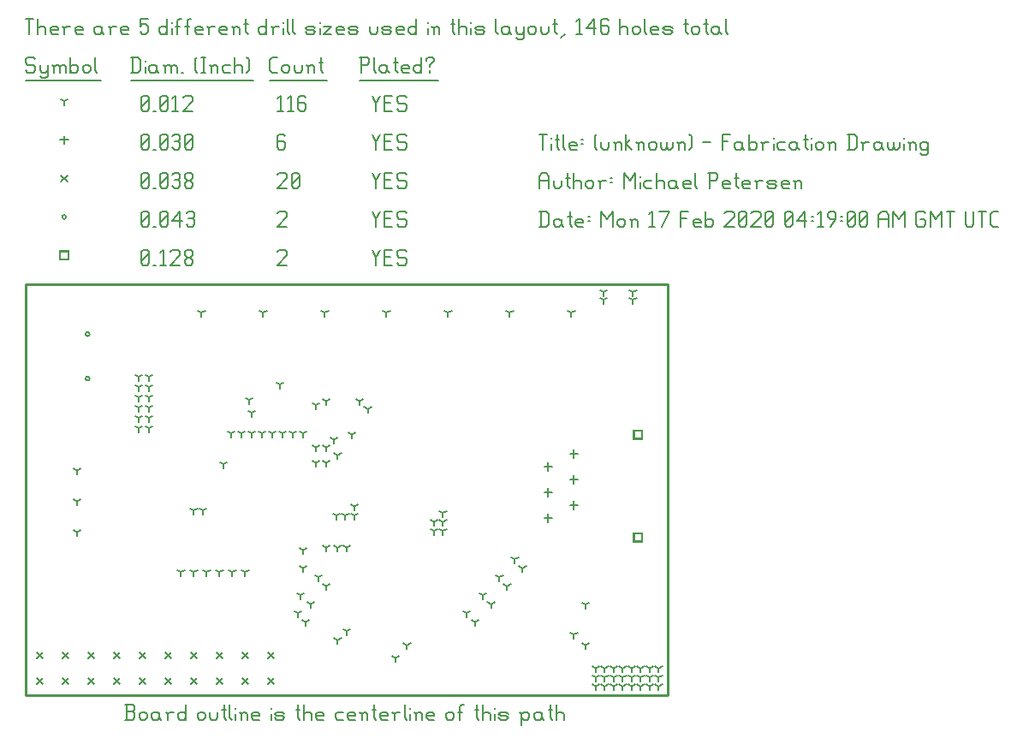
<source format=gbr>
G04 start of page 12 for group -3984 idx -3984 *
G04 Title: (unknown), fab *
G04 Creator: pcb 20140316 *
G04 CreationDate: Mon 17 Feb 2020 04:19:00 AM GMT UTC *
G04 For: railfan *
G04 Format: Gerber/RS-274X *
G04 PCB-Dimensions (mil): 2500.00 1600.00 *
G04 PCB-Coordinate-Origin: lower left *
%MOIN*%
%FSLAX25Y25*%
%LNFAB*%
%ADD89C,0.0100*%
%ADD88C,0.0075*%
%ADD87C,0.0060*%
%ADD86R,0.0080X0.0080*%
G54D86*X236900Y63100D02*X240100D01*
X236900D02*Y59900D01*
X240100D01*
Y63100D02*Y59900D01*
X236900Y103100D02*X240100D01*
X236900D02*Y99900D01*
X240100D01*
Y103100D02*Y99900D01*
X13400Y172850D02*X16600D01*
X13400D02*Y169650D01*
X16600D01*
Y172850D02*Y169650D01*
G54D87*X135000Y173500D02*X136500Y170500D01*
X138000Y173500D01*
X136500Y170500D02*Y167500D01*
X139800Y170800D02*X142050D01*
X139800Y167500D02*X142800D01*
X139800Y173500D02*Y167500D01*
Y173500D02*X142800D01*
X147600D02*X148350Y172750D01*
X145350Y173500D02*X147600D01*
X144600Y172750D02*X145350Y173500D01*
X144600Y172750D02*Y171250D01*
X145350Y170500D01*
X147600D01*
X148350Y169750D01*
Y168250D01*
X147600Y167500D02*X148350Y168250D01*
X145350Y167500D02*X147600D01*
X144600Y168250D02*X145350Y167500D01*
X98000Y172750D02*X98750Y173500D01*
X101000D01*
X101750Y172750D01*
Y171250D01*
X98000Y167500D02*X101750Y171250D01*
X98000Y167500D02*X101750D01*
X45000Y168250D02*X45750Y167500D01*
X45000Y172750D02*Y168250D01*
Y172750D02*X45750Y173500D01*
X47250D01*
X48000Y172750D01*
Y168250D01*
X47250Y167500D02*X48000Y168250D01*
X45750Y167500D02*X47250D01*
X45000Y169000D02*X48000Y172000D01*
X49800Y167500D02*X50550D01*
X52350Y172300D02*X53550Y173500D01*
Y167500D01*
X52350D02*X54600D01*
X56400Y172750D02*X57150Y173500D01*
X59400D01*
X60150Y172750D01*
Y171250D01*
X56400Y167500D02*X60150Y171250D01*
X56400Y167500D02*X60150D01*
X61950Y168250D02*X62700Y167500D01*
X61950Y169450D02*Y168250D01*
Y169450D02*X63000Y170500D01*
X63900D01*
X64950Y169450D01*
Y168250D01*
X64200Y167500D02*X64950Y168250D01*
X62700Y167500D02*X64200D01*
X61950Y171550D02*X63000Y170500D01*
X61950Y172750D02*Y171550D01*
Y172750D02*X62700Y173500D01*
X64200D01*
X64950Y172750D01*
Y171550D01*
X63900Y170500D02*X64950Y171550D01*
X23322Y140661D02*G75*G03X24922Y140661I800J0D01*G01*
G75*G03X23322Y140661I-800J0D01*G01*
Y123339D02*G75*G03X24922Y123339I800J0D01*G01*
G75*G03X23322Y123339I-800J0D01*G01*
X14200Y186250D02*G75*G03X15800Y186250I800J0D01*G01*
G75*G03X14200Y186250I-800J0D01*G01*
X135000Y188500D02*X136500Y185500D01*
X138000Y188500D01*
X136500Y185500D02*Y182500D01*
X139800Y185800D02*X142050D01*
X139800Y182500D02*X142800D01*
X139800Y188500D02*Y182500D01*
Y188500D02*X142800D01*
X147600D02*X148350Y187750D01*
X145350Y188500D02*X147600D01*
X144600Y187750D02*X145350Y188500D01*
X144600Y187750D02*Y186250D01*
X145350Y185500D01*
X147600D01*
X148350Y184750D01*
Y183250D01*
X147600Y182500D02*X148350Y183250D01*
X145350Y182500D02*X147600D01*
X144600Y183250D02*X145350Y182500D01*
X98000Y187750D02*X98750Y188500D01*
X101000D01*
X101750Y187750D01*
Y186250D01*
X98000Y182500D02*X101750Y186250D01*
X98000Y182500D02*X101750D01*
X45000Y183250D02*X45750Y182500D01*
X45000Y187750D02*Y183250D01*
Y187750D02*X45750Y188500D01*
X47250D01*
X48000Y187750D01*
Y183250D01*
X47250Y182500D02*X48000Y183250D01*
X45750Y182500D02*X47250D01*
X45000Y184000D02*X48000Y187000D01*
X49800Y182500D02*X50550D01*
X52350Y183250D02*X53100Y182500D01*
X52350Y187750D02*Y183250D01*
Y187750D02*X53100Y188500D01*
X54600D01*
X55350Y187750D01*
Y183250D01*
X54600Y182500D02*X55350Y183250D01*
X53100Y182500D02*X54600D01*
X52350Y184000D02*X55350Y187000D01*
X57150Y184750D02*X60150Y188500D01*
X57150Y184750D02*X60900D01*
X60150Y188500D02*Y182500D01*
X62700Y187750D02*X63450Y188500D01*
X64950D01*
X65700Y187750D01*
X64950Y182500D02*X65700Y183250D01*
X63450Y182500D02*X64950D01*
X62700Y183250D02*X63450Y182500D01*
Y185800D02*X64950D01*
X65700Y187750D02*Y186550D01*
Y185050D02*Y183250D01*
Y185050D02*X64950Y185800D01*
X65700Y186550D02*X64950Y185800D01*
X4300Y6700D02*X6700Y4300D01*
X4300D02*X6700Y6700D01*
X14300D02*X16700Y4300D01*
X14300D02*X16700Y6700D01*
X24300D02*X26700Y4300D01*
X24300D02*X26700Y6700D01*
X34300D02*X36700Y4300D01*
X34300D02*X36700Y6700D01*
X44300D02*X46700Y4300D01*
X44300D02*X46700Y6700D01*
X54300D02*X56700Y4300D01*
X54300D02*X56700Y6700D01*
X64300D02*X66700Y4300D01*
X64300D02*X66700Y6700D01*
X74300D02*X76700Y4300D01*
X74300D02*X76700Y6700D01*
X84300D02*X86700Y4300D01*
X84300D02*X86700Y6700D01*
X94300D02*X96700Y4300D01*
X94300D02*X96700Y6700D01*
X4300Y16700D02*X6700Y14300D01*
X4300D02*X6700Y16700D01*
X14300D02*X16700Y14300D01*
X14300D02*X16700Y16700D01*
X24300D02*X26700Y14300D01*
X24300D02*X26700Y16700D01*
X34300D02*X36700Y14300D01*
X34300D02*X36700Y16700D01*
X44300D02*X46700Y14300D01*
X44300D02*X46700Y16700D01*
X54300D02*X56700Y14300D01*
X54300D02*X56700Y16700D01*
X64300D02*X66700Y14300D01*
X64300D02*X66700Y16700D01*
X74300D02*X76700Y14300D01*
X74300D02*X76700Y16700D01*
X84300D02*X86700Y14300D01*
X84300D02*X86700Y16700D01*
X94300D02*X96700Y14300D01*
X94300D02*X96700Y16700D01*
X13800Y202450D02*X16200Y200050D01*
X13800D02*X16200Y202450D01*
X135000Y203500D02*X136500Y200500D01*
X138000Y203500D01*
X136500Y200500D02*Y197500D01*
X139800Y200800D02*X142050D01*
X139800Y197500D02*X142800D01*
X139800Y203500D02*Y197500D01*
Y203500D02*X142800D01*
X147600D02*X148350Y202750D01*
X145350Y203500D02*X147600D01*
X144600Y202750D02*X145350Y203500D01*
X144600Y202750D02*Y201250D01*
X145350Y200500D01*
X147600D01*
X148350Y199750D01*
Y198250D01*
X147600Y197500D02*X148350Y198250D01*
X145350Y197500D02*X147600D01*
X144600Y198250D02*X145350Y197500D01*
X98000Y202750D02*X98750Y203500D01*
X101000D01*
X101750Y202750D01*
Y201250D01*
X98000Y197500D02*X101750Y201250D01*
X98000Y197500D02*X101750D01*
X103550Y198250D02*X104300Y197500D01*
X103550Y202750D02*Y198250D01*
Y202750D02*X104300Y203500D01*
X105800D01*
X106550Y202750D01*
Y198250D01*
X105800Y197500D02*X106550Y198250D01*
X104300Y197500D02*X105800D01*
X103550Y199000D02*X106550Y202000D01*
X45000Y198250D02*X45750Y197500D01*
X45000Y202750D02*Y198250D01*
Y202750D02*X45750Y203500D01*
X47250D01*
X48000Y202750D01*
Y198250D01*
X47250Y197500D02*X48000Y198250D01*
X45750Y197500D02*X47250D01*
X45000Y199000D02*X48000Y202000D01*
X49800Y197500D02*X50550D01*
X52350Y198250D02*X53100Y197500D01*
X52350Y202750D02*Y198250D01*
Y202750D02*X53100Y203500D01*
X54600D01*
X55350Y202750D01*
Y198250D01*
X54600Y197500D02*X55350Y198250D01*
X53100Y197500D02*X54600D01*
X52350Y199000D02*X55350Y202000D01*
X57150Y202750D02*X57900Y203500D01*
X59400D01*
X60150Y202750D01*
X59400Y197500D02*X60150Y198250D01*
X57900Y197500D02*X59400D01*
X57150Y198250D02*X57900Y197500D01*
Y200800D02*X59400D01*
X60150Y202750D02*Y201550D01*
Y200050D02*Y198250D01*
Y200050D02*X59400Y200800D01*
X60150Y201550D02*X59400Y200800D01*
X61950Y198250D02*X62700Y197500D01*
X61950Y199450D02*Y198250D01*
Y199450D02*X63000Y200500D01*
X63900D01*
X64950Y199450D01*
Y198250D01*
X64200Y197500D02*X64950Y198250D01*
X62700Y197500D02*X64200D01*
X61950Y201550D02*X63000Y200500D01*
X61950Y202750D02*Y201550D01*
Y202750D02*X62700Y203500D01*
X64200D01*
X64950Y202750D01*
Y201550D01*
X63900Y200500D02*X64950Y201550D01*
X203500Y70600D02*Y67400D01*
X201900Y69000D02*X205100D01*
X213500Y75600D02*Y72400D01*
X211900Y74000D02*X215100D01*
X203500Y80600D02*Y77400D01*
X201900Y79000D02*X205100D01*
X213500Y85600D02*Y82400D01*
X211900Y84000D02*X215100D01*
X203500Y90600D02*Y87400D01*
X201900Y89000D02*X205100D01*
X213500Y95600D02*Y92400D01*
X211900Y94000D02*X215100D01*
X15000Y217850D02*Y214650D01*
X13400Y216250D02*X16600D01*
X135000Y218500D02*X136500Y215500D01*
X138000Y218500D01*
X136500Y215500D02*Y212500D01*
X139800Y215800D02*X142050D01*
X139800Y212500D02*X142800D01*
X139800Y218500D02*Y212500D01*
Y218500D02*X142800D01*
X147600D02*X148350Y217750D01*
X145350Y218500D02*X147600D01*
X144600Y217750D02*X145350Y218500D01*
X144600Y217750D02*Y216250D01*
X145350Y215500D01*
X147600D01*
X148350Y214750D01*
Y213250D01*
X147600Y212500D02*X148350Y213250D01*
X145350Y212500D02*X147600D01*
X144600Y213250D02*X145350Y212500D01*
X100250Y218500D02*X101000Y217750D01*
X98750Y218500D02*X100250D01*
X98000Y217750D02*X98750Y218500D01*
X98000Y217750D02*Y213250D01*
X98750Y212500D01*
X100250Y215800D02*X101000Y215050D01*
X98000Y215800D02*X100250D01*
X98750Y212500D02*X100250D01*
X101000Y213250D01*
Y215050D02*Y213250D01*
X45000D02*X45750Y212500D01*
X45000Y217750D02*Y213250D01*
Y217750D02*X45750Y218500D01*
X47250D01*
X48000Y217750D01*
Y213250D01*
X47250Y212500D02*X48000Y213250D01*
X45750Y212500D02*X47250D01*
X45000Y214000D02*X48000Y217000D01*
X49800Y212500D02*X50550D01*
X52350Y213250D02*X53100Y212500D01*
X52350Y217750D02*Y213250D01*
Y217750D02*X53100Y218500D01*
X54600D01*
X55350Y217750D01*
Y213250D01*
X54600Y212500D02*X55350Y213250D01*
X53100Y212500D02*X54600D01*
X52350Y214000D02*X55350Y217000D01*
X57150Y217750D02*X57900Y218500D01*
X59400D01*
X60150Y217750D01*
X59400Y212500D02*X60150Y213250D01*
X57900Y212500D02*X59400D01*
X57150Y213250D02*X57900Y212500D01*
Y215800D02*X59400D01*
X60150Y217750D02*Y216550D01*
Y215050D02*Y213250D01*
Y215050D02*X59400Y215800D01*
X60150Y216550D02*X59400Y215800D01*
X61950Y213250D02*X62700Y212500D01*
X61950Y217750D02*Y213250D01*
Y217750D02*X62700Y218500D01*
X64200D01*
X64950Y217750D01*
Y213250D01*
X64200Y212500D02*X64950Y213250D01*
X62700Y212500D02*X64200D01*
X61950Y214000D02*X64950Y217000D01*
X44000Y124000D02*Y122400D01*
Y124000D02*X45387Y124800D01*
X44000Y124000D02*X42613Y124800D01*
X44000Y120000D02*Y118400D01*
Y120000D02*X45387Y120800D01*
X44000Y120000D02*X42613Y120800D01*
X44000Y116000D02*Y114400D01*
Y116000D02*X45387Y116800D01*
X44000Y116000D02*X42613Y116800D01*
X44000Y112000D02*Y110400D01*
Y112000D02*X45387Y112800D01*
X44000Y112000D02*X42613Y112800D01*
X44000Y108000D02*Y106400D01*
Y108000D02*X45387Y108800D01*
X44000Y108000D02*X42613Y108800D01*
X44000Y104000D02*Y102400D01*
Y104000D02*X45387Y104800D01*
X44000Y104000D02*X42613Y104800D01*
X48000Y124000D02*Y122400D01*
Y124000D02*X49387Y124800D01*
X48000Y124000D02*X46613Y124800D01*
X48000Y120000D02*Y118400D01*
Y120000D02*X49387Y120800D01*
X48000Y120000D02*X46613Y120800D01*
X48000Y116000D02*Y114400D01*
Y116000D02*X49387Y116800D01*
X48000Y116000D02*X46613Y116800D01*
X48000Y112000D02*Y110400D01*
Y112000D02*X49387Y112800D01*
X48000Y112000D02*X46613Y112800D01*
X48000Y108000D02*Y106400D01*
Y108000D02*X49387Y108800D01*
X48000Y108000D02*X46613Y108800D01*
X48000Y104000D02*Y102400D01*
Y104000D02*X49387Y104800D01*
X48000Y104000D02*X46613Y104800D01*
X20000Y87500D02*Y85900D01*
Y87500D02*X21387Y88300D01*
X20000Y87500D02*X18613Y88300D01*
X20000Y63500D02*Y61900D01*
Y63500D02*X21387Y64300D01*
X20000Y63500D02*X18613Y64300D01*
X68500Y149000D02*Y147400D01*
Y149000D02*X69887Y149800D01*
X68500Y149000D02*X67113Y149800D01*
X92500Y149000D02*Y147400D01*
Y149000D02*X93887Y149800D01*
X92500Y149000D02*X91113Y149800D01*
X116500Y149000D02*Y147400D01*
Y149000D02*X117887Y149800D01*
X116500Y149000D02*X115113Y149800D01*
X140500Y149000D02*Y147400D01*
Y149000D02*X141887Y149800D01*
X140500Y149000D02*X139113Y149800D01*
X164500Y149000D02*Y147400D01*
Y149000D02*X165887Y149800D01*
X164500Y149000D02*X163113Y149800D01*
X188500Y149000D02*Y147400D01*
Y149000D02*X189887Y149800D01*
X188500Y149000D02*X187113Y149800D01*
X212500Y149000D02*Y147400D01*
Y149000D02*X213887Y149800D01*
X212500Y149000D02*X211113Y149800D01*
X92000Y102000D02*Y100400D01*
Y102000D02*X93387Y102800D01*
X92000Y102000D02*X90613Y102800D01*
X96000Y102000D02*Y100400D01*
Y102000D02*X97387Y102800D01*
X96000Y102000D02*X94613Y102800D01*
X100000Y102000D02*Y100400D01*
Y102000D02*X101387Y102800D01*
X100000Y102000D02*X98613Y102800D01*
X104000Y102000D02*Y100400D01*
Y102000D02*X105387Y102800D01*
X104000Y102000D02*X102613Y102800D01*
X108000Y102000D02*Y100400D01*
Y102000D02*X109387Y102800D01*
X108000Y102000D02*X106613Y102800D01*
X88000Y102000D02*Y100400D01*
Y102000D02*X89387Y102800D01*
X88000Y102000D02*X86613Y102800D01*
X84000Y102000D02*Y100400D01*
Y102000D02*X85387Y102800D01*
X84000Y102000D02*X82613Y102800D01*
X80000Y102000D02*Y100400D01*
Y102000D02*X81387Y102800D01*
X80000Y102000D02*X78613Y102800D01*
X65500Y72000D02*Y70400D01*
Y72000D02*X66887Y72800D01*
X65500Y72000D02*X64113Y72800D01*
X69000Y72000D02*Y70400D01*
Y72000D02*X70387Y72800D01*
X69000Y72000D02*X67613Y72800D01*
X77000Y90000D02*Y88400D01*
Y90000D02*X78387Y90800D01*
X77000Y90000D02*X75613Y90800D01*
X85500Y48000D02*Y46400D01*
Y48000D02*X86887Y48800D01*
X85500Y48000D02*X84113Y48800D01*
X80500Y48000D02*Y46400D01*
Y48000D02*X81887Y48800D01*
X80500Y48000D02*X79113Y48800D01*
X70500Y48000D02*Y46400D01*
Y48000D02*X71887Y48800D01*
X70500Y48000D02*X69113Y48800D01*
X75500Y48000D02*Y46400D01*
Y48000D02*X76887Y48800D01*
X75500Y48000D02*X74113Y48800D01*
X60500Y48000D02*Y46400D01*
Y48000D02*X61887Y48800D01*
X60500Y48000D02*X59113Y48800D01*
X65500Y48000D02*Y46400D01*
Y48000D02*X66887Y48800D01*
X65500Y48000D02*X64113Y48800D01*
X106000Y32000D02*Y30400D01*
Y32000D02*X107387Y32800D01*
X106000Y32000D02*X104613Y32800D01*
X109000Y28500D02*Y26900D01*
Y28500D02*X110387Y29300D01*
X109000Y28500D02*X107613Y29300D01*
X107000Y39000D02*Y37400D01*
Y39000D02*X108387Y39800D01*
X107000Y39000D02*X105613Y39800D01*
X111000Y35500D02*Y33900D01*
Y35500D02*X112387Y36300D01*
X111000Y35500D02*X109613Y36300D01*
X114000Y46000D02*Y44400D01*
Y46000D02*X115387Y46800D01*
X114000Y46000D02*X112613Y46800D01*
X108000Y56500D02*Y54900D01*
Y56500D02*X109387Y57300D01*
X108000Y56500D02*X106613Y57300D01*
X108000Y49500D02*Y47900D01*
Y49500D02*X109387Y50300D01*
X108000Y49500D02*X106613Y50300D01*
X117000Y42500D02*Y40900D01*
Y42500D02*X118387Y43300D01*
X117000Y42500D02*X115613Y43300D01*
X117000Y57500D02*Y55900D01*
Y57500D02*X118387Y58300D01*
X117000Y57500D02*X115613Y58300D01*
X113000Y90500D02*Y88900D01*
Y90500D02*X114387Y91300D01*
X113000Y90500D02*X111613Y91300D01*
X117000Y90500D02*Y88900D01*
Y90500D02*X118387Y91300D01*
X117000Y90500D02*X115613Y91300D01*
X121500Y57500D02*Y55900D01*
Y57500D02*X122887Y58300D01*
X121500Y57500D02*X120113Y58300D01*
X125000Y57500D02*Y55900D01*
Y57500D02*X126387Y58300D01*
X125000Y57500D02*X123613Y58300D01*
X121500Y21500D02*Y19900D01*
Y21500D02*X122887Y22300D01*
X121500Y21500D02*X120113Y22300D01*
X125000Y25000D02*Y23400D01*
Y25000D02*X126387Y25800D01*
X125000Y25000D02*X123613Y25800D01*
X87000Y115000D02*Y113400D01*
Y115000D02*X88387Y115800D01*
X87000Y115000D02*X85613Y115800D01*
X121000Y70000D02*Y68400D01*
Y70000D02*X122387Y70800D01*
X121000Y70000D02*X119613Y70800D01*
X124500Y70000D02*Y68400D01*
Y70000D02*X125887Y70800D01*
X124500Y70000D02*X123113Y70800D01*
X128000Y70000D02*Y68400D01*
Y70000D02*X129387Y70800D01*
X128000Y70000D02*X126613Y70800D01*
X128000Y73500D02*Y71900D01*
Y73500D02*X129387Y74300D01*
X128000Y73500D02*X126613Y74300D01*
X99000Y121000D02*Y119400D01*
Y121000D02*X100387Y121800D01*
X99000Y121000D02*X97613Y121800D01*
X113000Y96500D02*Y94900D01*
Y96500D02*X114387Y97300D01*
X113000Y96500D02*X111613Y97300D01*
X117000Y96500D02*Y94900D01*
Y96500D02*X118387Y97300D01*
X117000Y96500D02*X115613Y97300D01*
X117000Y114500D02*Y112900D01*
Y114500D02*X118387Y115300D01*
X117000Y114500D02*X115613Y115300D01*
X113000Y113000D02*Y111400D01*
Y113000D02*X114387Y113800D01*
X113000Y113000D02*X111613Y113800D01*
X130075Y114500D02*Y112900D01*
Y114500D02*X131462Y115300D01*
X130075Y114500D02*X128689Y115300D01*
X133224Y111500D02*Y109900D01*
Y111500D02*X134611Y112300D01*
X133224Y111500D02*X131837Y112300D01*
X213500Y23594D02*Y21994D01*
Y23594D02*X214887Y24394D01*
X213500Y23594D02*X212113Y24394D01*
X218000Y35406D02*Y33806D01*
Y35406D02*X219387Y36206D01*
X218000Y35406D02*X216613Y36206D01*
X218000Y19500D02*Y17900D01*
Y19500D02*X219387Y20300D01*
X218000Y19500D02*X216613Y20300D01*
X162500Y71000D02*Y69400D01*
Y71000D02*X163887Y71800D01*
X162500Y71000D02*X161113Y71800D01*
X162500Y67500D02*Y65900D01*
Y67500D02*X163887Y68300D01*
X162500Y67500D02*X161113Y68300D01*
X162500Y64000D02*Y62400D01*
Y64000D02*X163887Y64800D01*
X162500Y64000D02*X161113Y64800D01*
X159000Y64000D02*Y62400D01*
Y64000D02*X160387Y64800D01*
X159000Y64000D02*X157613Y64800D01*
X159000Y67500D02*Y65900D01*
Y67500D02*X160387Y68300D01*
X159000Y67500D02*X157613Y68300D01*
X144000Y14500D02*Y12900D01*
Y14500D02*X145387Y15300D01*
X144000Y14500D02*X142613Y15300D01*
X148500Y19500D02*Y17900D01*
Y19500D02*X149887Y20300D01*
X148500Y19500D02*X147113Y20300D01*
X120000Y99500D02*Y97900D01*
Y99500D02*X121387Y100300D01*
X120000Y99500D02*X118613Y100300D01*
X121500Y93500D02*Y91900D01*
Y93500D02*X122887Y94300D01*
X121500Y93500D02*X120113Y94300D01*
X126925Y101500D02*Y99900D01*
Y101500D02*X128312Y102300D01*
X126925Y101500D02*X125539Y102300D01*
X171776Y32000D02*Y30400D01*
Y32000D02*X173163Y32800D01*
X171776Y32000D02*X170389Y32800D01*
X174925Y28500D02*Y26900D01*
Y28500D02*X176312Y29300D01*
X174925Y28500D02*X173539Y29300D01*
X178075Y39000D02*Y37400D01*
Y39000D02*X179462Y39800D01*
X178075Y39000D02*X176689Y39800D01*
X181224Y35500D02*Y33900D01*
Y35500D02*X182611Y36300D01*
X181224Y35500D02*X179837Y36300D01*
X193500Y49500D02*Y47900D01*
Y49500D02*X194887Y50300D01*
X193500Y49500D02*X192113Y50300D01*
X190500Y53000D02*Y51400D01*
Y53000D02*X191887Y53800D01*
X190500Y53000D02*X189113Y53800D01*
X187500Y42500D02*Y40900D01*
Y42500D02*X188887Y43300D01*
X187500Y42500D02*X186113Y43300D01*
X184500Y46000D02*Y44400D01*
Y46000D02*X185887Y46800D01*
X184500Y46000D02*X183113Y46800D01*
X222000Y10500D02*Y8900D01*
Y10500D02*X223387Y11300D01*
X222000Y10500D02*X220613Y11300D01*
X222000Y7000D02*Y5400D01*
Y7000D02*X223387Y7800D01*
X222000Y7000D02*X220613Y7800D01*
X222000Y3500D02*Y1900D01*
Y3500D02*X223387Y4300D01*
X222000Y3500D02*X220613Y4300D01*
X225500Y10500D02*Y8900D01*
Y10500D02*X226887Y11300D01*
X225500Y10500D02*X224113Y11300D01*
X225500Y7000D02*Y5400D01*
Y7000D02*X226887Y7800D01*
X225500Y7000D02*X224113Y7800D01*
X225500Y3500D02*Y1900D01*
Y3500D02*X226887Y4300D01*
X225500Y3500D02*X224113Y4300D01*
X229000Y10500D02*Y8900D01*
Y10500D02*X230387Y11300D01*
X229000Y10500D02*X227613Y11300D01*
X229000Y7000D02*Y5400D01*
Y7000D02*X230387Y7800D01*
X229000Y7000D02*X227613Y7800D01*
X229000Y3500D02*Y1900D01*
Y3500D02*X230387Y4300D01*
X229000Y3500D02*X227613Y4300D01*
X232500Y10500D02*Y8900D01*
Y10500D02*X233887Y11300D01*
X232500Y10500D02*X231113Y11300D01*
X232500Y7000D02*Y5400D01*
Y7000D02*X233887Y7800D01*
X232500Y7000D02*X231113Y7800D01*
X232500Y3500D02*Y1900D01*
Y3500D02*X233887Y4300D01*
X232500Y3500D02*X231113Y4300D01*
X236000Y10500D02*Y8900D01*
Y10500D02*X237387Y11300D01*
X236000Y10500D02*X234613Y11300D01*
X236000Y7000D02*Y5400D01*
Y7000D02*X237387Y7800D01*
X236000Y7000D02*X234613Y7800D01*
X236000Y3500D02*Y1900D01*
Y3500D02*X237387Y4300D01*
X236000Y3500D02*X234613Y4300D01*
X239500Y10500D02*Y8900D01*
Y10500D02*X240887Y11300D01*
X239500Y10500D02*X238113Y11300D01*
X239500Y7000D02*Y5400D01*
Y7000D02*X240887Y7800D01*
X239500Y7000D02*X238113Y7800D01*
X239500Y3500D02*Y1900D01*
Y3500D02*X240887Y4300D01*
X239500Y3500D02*X238113Y4300D01*
X243000Y10500D02*Y8900D01*
Y10500D02*X244387Y11300D01*
X243000Y10500D02*X241613Y11300D01*
X243000Y7000D02*Y5400D01*
Y7000D02*X244387Y7800D01*
X243000Y7000D02*X241613Y7800D01*
X243000Y3500D02*Y1900D01*
Y3500D02*X244387Y4300D01*
X243000Y3500D02*X241613Y4300D01*
X246500Y10500D02*Y8900D01*
Y10500D02*X247887Y11300D01*
X246500Y10500D02*X245113Y11300D01*
X246500Y7000D02*Y5400D01*
Y7000D02*X247887Y7800D01*
X246500Y7000D02*X245113Y7800D01*
X246500Y3500D02*Y1900D01*
Y3500D02*X247887Y4300D01*
X246500Y3500D02*X245113Y4300D01*
X225000Y157000D02*Y155400D01*
Y157000D02*X226387Y157800D01*
X225000Y157000D02*X223613Y157800D01*
X225000Y154000D02*Y152400D01*
Y154000D02*X226387Y154800D01*
X225000Y154000D02*X223613Y154800D01*
X236500Y157000D02*Y155400D01*
Y157000D02*X237887Y157800D01*
X236500Y157000D02*X235113Y157800D01*
X236500Y154000D02*Y152400D01*
Y154000D02*X237887Y154800D01*
X236500Y154000D02*X235113Y154800D01*
X20000Y75500D02*Y73900D01*
Y75500D02*X21387Y76300D01*
X20000Y75500D02*X18613Y76300D01*
X88000Y110000D02*Y108400D01*
Y110000D02*X89387Y110800D01*
X88000Y110000D02*X86613Y110800D01*
X15000Y231250D02*Y229650D01*
Y231250D02*X16387Y232050D01*
X15000Y231250D02*X13613Y232050D01*
X135000Y233500D02*X136500Y230500D01*
X138000Y233500D01*
X136500Y230500D02*Y227500D01*
X139800Y230800D02*X142050D01*
X139800Y227500D02*X142800D01*
X139800Y233500D02*Y227500D01*
Y233500D02*X142800D01*
X147600D02*X148350Y232750D01*
X145350Y233500D02*X147600D01*
X144600Y232750D02*X145350Y233500D01*
X144600Y232750D02*Y231250D01*
X145350Y230500D01*
X147600D01*
X148350Y229750D01*
Y228250D01*
X147600Y227500D02*X148350Y228250D01*
X145350Y227500D02*X147600D01*
X144600Y228250D02*X145350Y227500D01*
X98000Y232300D02*X99200Y233500D01*
Y227500D01*
X98000D02*X100250D01*
X102050Y232300D02*X103250Y233500D01*
Y227500D01*
X102050D02*X104300D01*
X108350Y233500D02*X109100Y232750D01*
X106850Y233500D02*X108350D01*
X106100Y232750D02*X106850Y233500D01*
X106100Y232750D02*Y228250D01*
X106850Y227500D01*
X108350Y230800D02*X109100Y230050D01*
X106100Y230800D02*X108350D01*
X106850Y227500D02*X108350D01*
X109100Y228250D01*
Y230050D02*Y228250D01*
X45000D02*X45750Y227500D01*
X45000Y232750D02*Y228250D01*
Y232750D02*X45750Y233500D01*
X47250D01*
X48000Y232750D01*
Y228250D01*
X47250Y227500D02*X48000Y228250D01*
X45750Y227500D02*X47250D01*
X45000Y229000D02*X48000Y232000D01*
X49800Y227500D02*X50550D01*
X52350Y228250D02*X53100Y227500D01*
X52350Y232750D02*Y228250D01*
Y232750D02*X53100Y233500D01*
X54600D01*
X55350Y232750D01*
Y228250D01*
X54600Y227500D02*X55350Y228250D01*
X53100Y227500D02*X54600D01*
X52350Y229000D02*X55350Y232000D01*
X57150Y232300D02*X58350Y233500D01*
Y227500D01*
X57150D02*X59400D01*
X61200Y232750D02*X61950Y233500D01*
X64200D01*
X64950Y232750D01*
Y231250D01*
X61200Y227500D02*X64950Y231250D01*
X61200Y227500D02*X64950D01*
X3000Y248500D02*X3750Y247750D01*
X750Y248500D02*X3000D01*
X0Y247750D02*X750Y248500D01*
X0Y247750D02*Y246250D01*
X750Y245500D01*
X3000D01*
X3750Y244750D01*
Y243250D01*
X3000Y242500D02*X3750Y243250D01*
X750Y242500D02*X3000D01*
X0Y243250D02*X750Y242500D01*
X5550Y245500D02*Y243250D01*
X6300Y242500D01*
X8550Y245500D02*Y241000D01*
X7800Y240250D02*X8550Y241000D01*
X6300Y240250D02*X7800D01*
X5550Y241000D02*X6300Y240250D01*
Y242500D02*X7800D01*
X8550Y243250D01*
X11100Y244750D02*Y242500D01*
Y244750D02*X11850Y245500D01*
X12600D01*
X13350Y244750D01*
Y242500D01*
Y244750D02*X14100Y245500D01*
X14850D01*
X15600Y244750D01*
Y242500D01*
X10350Y245500D02*X11100Y244750D01*
X17400Y248500D02*Y242500D01*
Y243250D02*X18150Y242500D01*
X19650D01*
X20400Y243250D01*
Y244750D02*Y243250D01*
X19650Y245500D02*X20400Y244750D01*
X18150Y245500D02*X19650D01*
X17400Y244750D02*X18150Y245500D01*
X22200Y244750D02*Y243250D01*
Y244750D02*X22950Y245500D01*
X24450D01*
X25200Y244750D01*
Y243250D01*
X24450Y242500D02*X25200Y243250D01*
X22950Y242500D02*X24450D01*
X22200Y243250D02*X22950Y242500D01*
X27000Y248500D02*Y243250D01*
X27750Y242500D01*
X0Y239250D02*X29250D01*
X41750Y248500D02*Y242500D01*
X43700Y248500D02*X44750Y247450D01*
Y243550D01*
X43700Y242500D02*X44750Y243550D01*
X41000Y242500D02*X43700D01*
X41000Y248500D02*X43700D01*
G54D88*X46550Y247000D02*Y246850D01*
G54D87*Y244750D02*Y242500D01*
X50300Y245500D02*X51050Y244750D01*
X48800Y245500D02*X50300D01*
X48050Y244750D02*X48800Y245500D01*
X48050Y244750D02*Y243250D01*
X48800Y242500D01*
X51050Y245500D02*Y243250D01*
X51800Y242500D01*
X48800D02*X50300D01*
X51050Y243250D01*
X54350Y244750D02*Y242500D01*
Y244750D02*X55100Y245500D01*
X55850D01*
X56600Y244750D01*
Y242500D01*
Y244750D02*X57350Y245500D01*
X58100D01*
X58850Y244750D01*
Y242500D01*
X53600Y245500D02*X54350Y244750D01*
X60650Y242500D02*X61400D01*
X65900Y243250D02*X66650Y242500D01*
X65900Y247750D02*X66650Y248500D01*
X65900Y247750D02*Y243250D01*
X68450Y248500D02*X69950D01*
X69200D02*Y242500D01*
X68450D02*X69950D01*
X72500Y244750D02*Y242500D01*
Y244750D02*X73250Y245500D01*
X74000D01*
X74750Y244750D01*
Y242500D01*
X71750Y245500D02*X72500Y244750D01*
X77300Y245500D02*X79550D01*
X76550Y244750D02*X77300Y245500D01*
X76550Y244750D02*Y243250D01*
X77300Y242500D01*
X79550D01*
X81350Y248500D02*Y242500D01*
Y244750D02*X82100Y245500D01*
X83600D01*
X84350Y244750D01*
Y242500D01*
X86150Y248500D02*X86900Y247750D01*
Y243250D01*
X86150Y242500D02*X86900Y243250D01*
X41000Y239250D02*X88700D01*
X96050Y242500D02*X98000D01*
X95000Y243550D02*X96050Y242500D01*
X95000Y247450D02*Y243550D01*
Y247450D02*X96050Y248500D01*
X98000D01*
X99800Y244750D02*Y243250D01*
Y244750D02*X100550Y245500D01*
X102050D01*
X102800Y244750D01*
Y243250D01*
X102050Y242500D02*X102800Y243250D01*
X100550Y242500D02*X102050D01*
X99800Y243250D02*X100550Y242500D01*
X104600Y245500D02*Y243250D01*
X105350Y242500D01*
X106850D01*
X107600Y243250D01*
Y245500D02*Y243250D01*
X110150Y244750D02*Y242500D01*
Y244750D02*X110900Y245500D01*
X111650D01*
X112400Y244750D01*
Y242500D01*
X109400Y245500D02*X110150Y244750D01*
X114950Y248500D02*Y243250D01*
X115700Y242500D01*
X114200Y246250D02*X115700D01*
X95000Y239250D02*X117200D01*
X130750Y248500D02*Y242500D01*
X130000Y248500D02*X133000D01*
X133750Y247750D01*
Y246250D01*
X133000Y245500D02*X133750Y246250D01*
X130750Y245500D02*X133000D01*
X135550Y248500D02*Y243250D01*
X136300Y242500D01*
X140050Y245500D02*X140800Y244750D01*
X138550Y245500D02*X140050D01*
X137800Y244750D02*X138550Y245500D01*
X137800Y244750D02*Y243250D01*
X138550Y242500D01*
X140800Y245500D02*Y243250D01*
X141550Y242500D01*
X138550D02*X140050D01*
X140800Y243250D01*
X144100Y248500D02*Y243250D01*
X144850Y242500D01*
X143350Y246250D02*X144850D01*
X147100Y242500D02*X149350D01*
X146350Y243250D02*X147100Y242500D01*
X146350Y244750D02*Y243250D01*
Y244750D02*X147100Y245500D01*
X148600D01*
X149350Y244750D01*
X146350Y244000D02*X149350D01*
Y244750D02*Y244000D01*
X154150Y248500D02*Y242500D01*
X153400D02*X154150Y243250D01*
X151900Y242500D02*X153400D01*
X151150Y243250D02*X151900Y242500D01*
X151150Y244750D02*Y243250D01*
Y244750D02*X151900Y245500D01*
X153400D01*
X154150Y244750D01*
X157450Y245500D02*Y244750D01*
Y243250D02*Y242500D01*
X155950Y247750D02*Y247000D01*
Y247750D02*X156700Y248500D01*
X158200D01*
X158950Y247750D01*
Y247000D01*
X157450Y245500D02*X158950Y247000D01*
X130000Y239250D02*X160750D01*
X0Y263500D02*X3000D01*
X1500D02*Y257500D01*
X4800Y263500D02*Y257500D01*
Y259750D02*X5550Y260500D01*
X7050D01*
X7800Y259750D01*
Y257500D01*
X10350D02*X12600D01*
X9600Y258250D02*X10350Y257500D01*
X9600Y259750D02*Y258250D01*
Y259750D02*X10350Y260500D01*
X11850D01*
X12600Y259750D01*
X9600Y259000D02*X12600D01*
Y259750D02*Y259000D01*
X15150Y259750D02*Y257500D01*
Y259750D02*X15900Y260500D01*
X17400D01*
X14400D02*X15150Y259750D01*
X19950Y257500D02*X22200D01*
X19200Y258250D02*X19950Y257500D01*
X19200Y259750D02*Y258250D01*
Y259750D02*X19950Y260500D01*
X21450D01*
X22200Y259750D01*
X19200Y259000D02*X22200D01*
Y259750D02*Y259000D01*
X28950Y260500D02*X29700Y259750D01*
X27450Y260500D02*X28950D01*
X26700Y259750D02*X27450Y260500D01*
X26700Y259750D02*Y258250D01*
X27450Y257500D01*
X29700Y260500D02*Y258250D01*
X30450Y257500D01*
X27450D02*X28950D01*
X29700Y258250D01*
X33000Y259750D02*Y257500D01*
Y259750D02*X33750Y260500D01*
X35250D01*
X32250D02*X33000Y259750D01*
X37800Y257500D02*X40050D01*
X37050Y258250D02*X37800Y257500D01*
X37050Y259750D02*Y258250D01*
Y259750D02*X37800Y260500D01*
X39300D01*
X40050Y259750D01*
X37050Y259000D02*X40050D01*
Y259750D02*Y259000D01*
X44550Y263500D02*X47550D01*
X44550D02*Y260500D01*
X45300Y261250D01*
X46800D01*
X47550Y260500D01*
Y258250D01*
X46800Y257500D02*X47550Y258250D01*
X45300Y257500D02*X46800D01*
X44550Y258250D02*X45300Y257500D01*
X55050Y263500D02*Y257500D01*
X54300D02*X55050Y258250D01*
X52800Y257500D02*X54300D01*
X52050Y258250D02*X52800Y257500D01*
X52050Y259750D02*Y258250D01*
Y259750D02*X52800Y260500D01*
X54300D01*
X55050Y259750D01*
G54D88*X56850Y262000D02*Y261850D01*
G54D87*Y259750D02*Y257500D01*
X59100Y262750D02*Y257500D01*
Y262750D02*X59850Y263500D01*
X60600D01*
X58350Y260500D02*X59850D01*
X62850Y262750D02*Y257500D01*
Y262750D02*X63600Y263500D01*
X64350D01*
X62100Y260500D02*X63600D01*
X66600Y257500D02*X68850D01*
X65850Y258250D02*X66600Y257500D01*
X65850Y259750D02*Y258250D01*
Y259750D02*X66600Y260500D01*
X68100D01*
X68850Y259750D01*
X65850Y259000D02*X68850D01*
Y259750D02*Y259000D01*
X71400Y259750D02*Y257500D01*
Y259750D02*X72150Y260500D01*
X73650D01*
X70650D02*X71400Y259750D01*
X76200Y257500D02*X78450D01*
X75450Y258250D02*X76200Y257500D01*
X75450Y259750D02*Y258250D01*
Y259750D02*X76200Y260500D01*
X77700D01*
X78450Y259750D01*
X75450Y259000D02*X78450D01*
Y259750D02*Y259000D01*
X81000Y259750D02*Y257500D01*
Y259750D02*X81750Y260500D01*
X82500D01*
X83250Y259750D01*
Y257500D01*
X80250Y260500D02*X81000Y259750D01*
X85800Y263500D02*Y258250D01*
X86550Y257500D01*
X85050Y261250D02*X86550D01*
X93750Y263500D02*Y257500D01*
X93000D02*X93750Y258250D01*
X91500Y257500D02*X93000D01*
X90750Y258250D02*X91500Y257500D01*
X90750Y259750D02*Y258250D01*
Y259750D02*X91500Y260500D01*
X93000D01*
X93750Y259750D01*
X96300D02*Y257500D01*
Y259750D02*X97050Y260500D01*
X98550D01*
X95550D02*X96300Y259750D01*
G54D88*X100350Y262000D02*Y261850D01*
G54D87*Y259750D02*Y257500D01*
X101850Y263500D02*Y258250D01*
X102600Y257500D01*
X104100Y263500D02*Y258250D01*
X104850Y257500D01*
X109800D02*X112050D01*
X112800Y258250D01*
X112050Y259000D02*X112800Y258250D01*
X109800Y259000D02*X112050D01*
X109050Y259750D02*X109800Y259000D01*
X109050Y259750D02*X109800Y260500D01*
X112050D01*
X112800Y259750D01*
X109050Y258250D02*X109800Y257500D01*
G54D88*X114600Y262000D02*Y261850D01*
G54D87*Y259750D02*Y257500D01*
X116100Y260500D02*X119100D01*
X116100Y257500D02*X119100Y260500D01*
X116100Y257500D02*X119100D01*
X121650D02*X123900D01*
X120900Y258250D02*X121650Y257500D01*
X120900Y259750D02*Y258250D01*
Y259750D02*X121650Y260500D01*
X123150D01*
X123900Y259750D01*
X120900Y259000D02*X123900D01*
Y259750D02*Y259000D01*
X126450Y257500D02*X128700D01*
X129450Y258250D01*
X128700Y259000D02*X129450Y258250D01*
X126450Y259000D02*X128700D01*
X125700Y259750D02*X126450Y259000D01*
X125700Y259750D02*X126450Y260500D01*
X128700D01*
X129450Y259750D01*
X125700Y258250D02*X126450Y257500D01*
X133950Y260500D02*Y258250D01*
X134700Y257500D01*
X136200D01*
X136950Y258250D01*
Y260500D02*Y258250D01*
X139500Y257500D02*X141750D01*
X142500Y258250D01*
X141750Y259000D02*X142500Y258250D01*
X139500Y259000D02*X141750D01*
X138750Y259750D02*X139500Y259000D01*
X138750Y259750D02*X139500Y260500D01*
X141750D01*
X142500Y259750D01*
X138750Y258250D02*X139500Y257500D01*
X145050D02*X147300D01*
X144300Y258250D02*X145050Y257500D01*
X144300Y259750D02*Y258250D01*
Y259750D02*X145050Y260500D01*
X146550D01*
X147300Y259750D01*
X144300Y259000D02*X147300D01*
Y259750D02*Y259000D01*
X152100Y263500D02*Y257500D01*
X151350D02*X152100Y258250D01*
X149850Y257500D02*X151350D01*
X149100Y258250D02*X149850Y257500D01*
X149100Y259750D02*Y258250D01*
Y259750D02*X149850Y260500D01*
X151350D01*
X152100Y259750D01*
G54D88*X156600Y262000D02*Y261850D01*
G54D87*Y259750D02*Y257500D01*
X158850Y259750D02*Y257500D01*
Y259750D02*X159600Y260500D01*
X160350D01*
X161100Y259750D01*
Y257500D01*
X158100Y260500D02*X158850Y259750D01*
X166350Y263500D02*Y258250D01*
X167100Y257500D01*
X165600Y261250D02*X167100D01*
X168600Y263500D02*Y257500D01*
Y259750D02*X169350Y260500D01*
X170850D01*
X171600Y259750D01*
Y257500D01*
G54D88*X173400Y262000D02*Y261850D01*
G54D87*Y259750D02*Y257500D01*
X175650D02*X177900D01*
X178650Y258250D01*
X177900Y259000D02*X178650Y258250D01*
X175650Y259000D02*X177900D01*
X174900Y259750D02*X175650Y259000D01*
X174900Y259750D02*X175650Y260500D01*
X177900D01*
X178650Y259750D01*
X174900Y258250D02*X175650Y257500D01*
X183150Y263500D02*Y258250D01*
X183900Y257500D01*
X187650Y260500D02*X188400Y259750D01*
X186150Y260500D02*X187650D01*
X185400Y259750D02*X186150Y260500D01*
X185400Y259750D02*Y258250D01*
X186150Y257500D01*
X188400Y260500D02*Y258250D01*
X189150Y257500D01*
X186150D02*X187650D01*
X188400Y258250D01*
X190950Y260500D02*Y258250D01*
X191700Y257500D01*
X193950Y260500D02*Y256000D01*
X193200Y255250D02*X193950Y256000D01*
X191700Y255250D02*X193200D01*
X190950Y256000D02*X191700Y255250D01*
Y257500D02*X193200D01*
X193950Y258250D01*
X195750Y259750D02*Y258250D01*
Y259750D02*X196500Y260500D01*
X198000D01*
X198750Y259750D01*
Y258250D01*
X198000Y257500D02*X198750Y258250D01*
X196500Y257500D02*X198000D01*
X195750Y258250D02*X196500Y257500D01*
X200550Y260500D02*Y258250D01*
X201300Y257500D01*
X202800D01*
X203550Y258250D01*
Y260500D02*Y258250D01*
X206100Y263500D02*Y258250D01*
X206850Y257500D01*
X205350Y261250D02*X206850D01*
X208350Y256000D02*X209850Y257500D01*
X214350Y262300D02*X215550Y263500D01*
Y257500D01*
X214350D02*X216600D01*
X218400Y259750D02*X221400Y263500D01*
X218400Y259750D02*X222150D01*
X221400Y263500D02*Y257500D01*
X226200Y263500D02*X226950Y262750D01*
X224700Y263500D02*X226200D01*
X223950Y262750D02*X224700Y263500D01*
X223950Y262750D02*Y258250D01*
X224700Y257500D01*
X226200Y260800D02*X226950Y260050D01*
X223950Y260800D02*X226200D01*
X224700Y257500D02*X226200D01*
X226950Y258250D01*
Y260050D02*Y258250D01*
X231450Y263500D02*Y257500D01*
Y259750D02*X232200Y260500D01*
X233700D01*
X234450Y259750D01*
Y257500D01*
X236250Y259750D02*Y258250D01*
Y259750D02*X237000Y260500D01*
X238500D01*
X239250Y259750D01*
Y258250D01*
X238500Y257500D02*X239250Y258250D01*
X237000Y257500D02*X238500D01*
X236250Y258250D02*X237000Y257500D01*
X241050Y263500D02*Y258250D01*
X241800Y257500D01*
X244050D02*X246300D01*
X243300Y258250D02*X244050Y257500D01*
X243300Y259750D02*Y258250D01*
Y259750D02*X244050Y260500D01*
X245550D01*
X246300Y259750D01*
X243300Y259000D02*X246300D01*
Y259750D02*Y259000D01*
X248850Y257500D02*X251100D01*
X251850Y258250D01*
X251100Y259000D02*X251850Y258250D01*
X248850Y259000D02*X251100D01*
X248100Y259750D02*X248850Y259000D01*
X248100Y259750D02*X248850Y260500D01*
X251100D01*
X251850Y259750D01*
X248100Y258250D02*X248850Y257500D01*
X257100Y263500D02*Y258250D01*
X257850Y257500D01*
X256350Y261250D02*X257850D01*
X259350Y259750D02*Y258250D01*
Y259750D02*X260100Y260500D01*
X261600D01*
X262350Y259750D01*
Y258250D01*
X261600Y257500D02*X262350Y258250D01*
X260100Y257500D02*X261600D01*
X259350Y258250D02*X260100Y257500D01*
X264900Y263500D02*Y258250D01*
X265650Y257500D01*
X264150Y261250D02*X265650D01*
X269400Y260500D02*X270150Y259750D01*
X267900Y260500D02*X269400D01*
X267150Y259750D02*X267900Y260500D01*
X267150Y259750D02*Y258250D01*
X267900Y257500D01*
X270150Y260500D02*Y258250D01*
X270900Y257500D01*
X267900D02*X269400D01*
X270150Y258250D01*
X272700Y263500D02*Y258250D01*
X273450Y257500D01*
G54D89*X0Y160000D02*X250000D01*
Y0D01*
X0D01*
Y160000D01*
G54D87*X38675Y-9500D02*X41675D01*
X42425Y-8750D01*
Y-6950D02*Y-8750D01*
X41675Y-6200D02*X42425Y-6950D01*
X39425Y-6200D02*X41675D01*
X39425Y-3500D02*Y-9500D01*
X38675Y-3500D02*X41675D01*
X42425Y-4250D01*
Y-5450D01*
X41675Y-6200D02*X42425Y-5450D01*
X44225Y-7250D02*Y-8750D01*
Y-7250D02*X44975Y-6500D01*
X46475D01*
X47225Y-7250D01*
Y-8750D01*
X46475Y-9500D02*X47225Y-8750D01*
X44975Y-9500D02*X46475D01*
X44225Y-8750D02*X44975Y-9500D01*
X51275Y-6500D02*X52025Y-7250D01*
X49775Y-6500D02*X51275D01*
X49025Y-7250D02*X49775Y-6500D01*
X49025Y-7250D02*Y-8750D01*
X49775Y-9500D01*
X52025Y-6500D02*Y-8750D01*
X52775Y-9500D01*
X49775D02*X51275D01*
X52025Y-8750D01*
X55325Y-7250D02*Y-9500D01*
Y-7250D02*X56075Y-6500D01*
X57575D01*
X54575D02*X55325Y-7250D01*
X62375Y-3500D02*Y-9500D01*
X61625D02*X62375Y-8750D01*
X60125Y-9500D02*X61625D01*
X59375Y-8750D02*X60125Y-9500D01*
X59375Y-7250D02*Y-8750D01*
Y-7250D02*X60125Y-6500D01*
X61625D01*
X62375Y-7250D01*
X66875D02*Y-8750D01*
Y-7250D02*X67625Y-6500D01*
X69125D01*
X69875Y-7250D01*
Y-8750D01*
X69125Y-9500D02*X69875Y-8750D01*
X67625Y-9500D02*X69125D01*
X66875Y-8750D02*X67625Y-9500D01*
X71675Y-6500D02*Y-8750D01*
X72425Y-9500D01*
X73925D01*
X74675Y-8750D01*
Y-6500D02*Y-8750D01*
X77225Y-3500D02*Y-8750D01*
X77975Y-9500D01*
X76475Y-5750D02*X77975D01*
X79475Y-3500D02*Y-8750D01*
X80225Y-9500D01*
G54D88*X81725Y-5000D02*Y-5150D01*
G54D87*Y-7250D02*Y-9500D01*
X83975Y-7250D02*Y-9500D01*
Y-7250D02*X84725Y-6500D01*
X85475D01*
X86225Y-7250D01*
Y-9500D01*
X83225Y-6500D02*X83975Y-7250D01*
X88775Y-9500D02*X91025D01*
X88025Y-8750D02*X88775Y-9500D01*
X88025Y-7250D02*Y-8750D01*
Y-7250D02*X88775Y-6500D01*
X90275D01*
X91025Y-7250D01*
X88025Y-8000D02*X91025D01*
Y-7250D02*Y-8000D01*
G54D88*X95525Y-5000D02*Y-5150D01*
G54D87*Y-7250D02*Y-9500D01*
X97775D02*X100025D01*
X100775Y-8750D01*
X100025Y-8000D02*X100775Y-8750D01*
X97775Y-8000D02*X100025D01*
X97025Y-7250D02*X97775Y-8000D01*
X97025Y-7250D02*X97775Y-6500D01*
X100025D01*
X100775Y-7250D01*
X97025Y-8750D02*X97775Y-9500D01*
X106025Y-3500D02*Y-8750D01*
X106775Y-9500D01*
X105275Y-5750D02*X106775D01*
X108275Y-3500D02*Y-9500D01*
Y-7250D02*X109025Y-6500D01*
X110525D01*
X111275Y-7250D01*
Y-9500D01*
X113825D02*X116075D01*
X113075Y-8750D02*X113825Y-9500D01*
X113075Y-7250D02*Y-8750D01*
Y-7250D02*X113825Y-6500D01*
X115325D01*
X116075Y-7250D01*
X113075Y-8000D02*X116075D01*
Y-7250D02*Y-8000D01*
X121325Y-6500D02*X123575D01*
X120575Y-7250D02*X121325Y-6500D01*
X120575Y-7250D02*Y-8750D01*
X121325Y-9500D01*
X123575D01*
X126125D02*X128375D01*
X125375Y-8750D02*X126125Y-9500D01*
X125375Y-7250D02*Y-8750D01*
Y-7250D02*X126125Y-6500D01*
X127625D01*
X128375Y-7250D01*
X125375Y-8000D02*X128375D01*
Y-7250D02*Y-8000D01*
X130925Y-7250D02*Y-9500D01*
Y-7250D02*X131675Y-6500D01*
X132425D01*
X133175Y-7250D01*
Y-9500D01*
X130175Y-6500D02*X130925Y-7250D01*
X135725Y-3500D02*Y-8750D01*
X136475Y-9500D01*
X134975Y-5750D02*X136475D01*
X138725Y-9500D02*X140975D01*
X137975Y-8750D02*X138725Y-9500D01*
X137975Y-7250D02*Y-8750D01*
Y-7250D02*X138725Y-6500D01*
X140225D01*
X140975Y-7250D01*
X137975Y-8000D02*X140975D01*
Y-7250D02*Y-8000D01*
X143525Y-7250D02*Y-9500D01*
Y-7250D02*X144275Y-6500D01*
X145775D01*
X142775D02*X143525Y-7250D01*
X147575Y-3500D02*Y-8750D01*
X148325Y-9500D01*
G54D88*X149825Y-5000D02*Y-5150D01*
G54D87*Y-7250D02*Y-9500D01*
X152075Y-7250D02*Y-9500D01*
Y-7250D02*X152825Y-6500D01*
X153575D01*
X154325Y-7250D01*
Y-9500D01*
X151325Y-6500D02*X152075Y-7250D01*
X156875Y-9500D02*X159125D01*
X156125Y-8750D02*X156875Y-9500D01*
X156125Y-7250D02*Y-8750D01*
Y-7250D02*X156875Y-6500D01*
X158375D01*
X159125Y-7250D01*
X156125Y-8000D02*X159125D01*
Y-7250D02*Y-8000D01*
X163625Y-7250D02*Y-8750D01*
Y-7250D02*X164375Y-6500D01*
X165875D01*
X166625Y-7250D01*
Y-8750D01*
X165875Y-9500D02*X166625Y-8750D01*
X164375Y-9500D02*X165875D01*
X163625Y-8750D02*X164375Y-9500D01*
X169175Y-4250D02*Y-9500D01*
Y-4250D02*X169925Y-3500D01*
X170675D01*
X168425Y-6500D02*X169925D01*
X175625Y-3500D02*Y-8750D01*
X176375Y-9500D01*
X174875Y-5750D02*X176375D01*
X177875Y-3500D02*Y-9500D01*
Y-7250D02*X178625Y-6500D01*
X180125D01*
X180875Y-7250D01*
Y-9500D01*
G54D88*X182675Y-5000D02*Y-5150D01*
G54D87*Y-7250D02*Y-9500D01*
X184925D02*X187175D01*
X187925Y-8750D01*
X187175Y-8000D02*X187925Y-8750D01*
X184925Y-8000D02*X187175D01*
X184175Y-7250D02*X184925Y-8000D01*
X184175Y-7250D02*X184925Y-6500D01*
X187175D01*
X187925Y-7250D01*
X184175Y-8750D02*X184925Y-9500D01*
X193175Y-7250D02*Y-11750D01*
X192425Y-6500D02*X193175Y-7250D01*
X193925Y-6500D01*
X195425D01*
X196175Y-7250D01*
Y-8750D01*
X195425Y-9500D02*X196175Y-8750D01*
X193925Y-9500D02*X195425D01*
X193175Y-8750D02*X193925Y-9500D01*
X200225Y-6500D02*X200975Y-7250D01*
X198725Y-6500D02*X200225D01*
X197975Y-7250D02*X198725Y-6500D01*
X197975Y-7250D02*Y-8750D01*
X198725Y-9500D01*
X200975Y-6500D02*Y-8750D01*
X201725Y-9500D01*
X198725D02*X200225D01*
X200975Y-8750D01*
X204275Y-3500D02*Y-8750D01*
X205025Y-9500D01*
X203525Y-5750D02*X205025D01*
X206525Y-3500D02*Y-9500D01*
Y-7250D02*X207275Y-6500D01*
X208775D01*
X209525Y-7250D01*
Y-9500D01*
X200750Y188500D02*Y182500D01*
X202700Y188500D02*X203750Y187450D01*
Y183550D01*
X202700Y182500D02*X203750Y183550D01*
X200000Y182500D02*X202700D01*
X200000Y188500D02*X202700D01*
X207800Y185500D02*X208550Y184750D01*
X206300Y185500D02*X207800D01*
X205550Y184750D02*X206300Y185500D01*
X205550Y184750D02*Y183250D01*
X206300Y182500D01*
X208550Y185500D02*Y183250D01*
X209300Y182500D01*
X206300D02*X207800D01*
X208550Y183250D01*
X211850Y188500D02*Y183250D01*
X212600Y182500D01*
X211100Y186250D02*X212600D01*
X214850Y182500D02*X217100D01*
X214100Y183250D02*X214850Y182500D01*
X214100Y184750D02*Y183250D01*
Y184750D02*X214850Y185500D01*
X216350D01*
X217100Y184750D01*
X214100Y184000D02*X217100D01*
Y184750D02*Y184000D01*
X218900Y186250D02*X219650D01*
X218900Y184750D02*X219650D01*
X224150Y188500D02*Y182500D01*
Y188500D02*X226400Y185500D01*
X228650Y188500D01*
Y182500D01*
X230450Y184750D02*Y183250D01*
Y184750D02*X231200Y185500D01*
X232700D01*
X233450Y184750D01*
Y183250D01*
X232700Y182500D02*X233450Y183250D01*
X231200Y182500D02*X232700D01*
X230450Y183250D02*X231200Y182500D01*
X236000Y184750D02*Y182500D01*
Y184750D02*X236750Y185500D01*
X237500D01*
X238250Y184750D01*
Y182500D01*
X235250Y185500D02*X236000Y184750D01*
X242750Y187300D02*X243950Y188500D01*
Y182500D01*
X242750D02*X245000D01*
X247550D02*X250550Y188500D01*
X246800D02*X250550D01*
X255050D02*Y182500D01*
Y188500D02*X258050D01*
X255050Y185800D02*X257300D01*
X260600Y182500D02*X262850D01*
X259850Y183250D02*X260600Y182500D01*
X259850Y184750D02*Y183250D01*
Y184750D02*X260600Y185500D01*
X262100D01*
X262850Y184750D01*
X259850Y184000D02*X262850D01*
Y184750D02*Y184000D01*
X264650Y188500D02*Y182500D01*
Y183250D02*X265400Y182500D01*
X266900D01*
X267650Y183250D01*
Y184750D02*Y183250D01*
X266900Y185500D02*X267650Y184750D01*
X265400Y185500D02*X266900D01*
X264650Y184750D02*X265400Y185500D01*
X272150Y187750D02*X272900Y188500D01*
X275150D01*
X275900Y187750D01*
Y186250D01*
X272150Y182500D02*X275900Y186250D01*
X272150Y182500D02*X275900D01*
X277700Y183250D02*X278450Y182500D01*
X277700Y187750D02*Y183250D01*
Y187750D02*X278450Y188500D01*
X279950D01*
X280700Y187750D01*
Y183250D01*
X279950Y182500D02*X280700Y183250D01*
X278450Y182500D02*X279950D01*
X277700Y184000D02*X280700Y187000D01*
X282500Y187750D02*X283250Y188500D01*
X285500D01*
X286250Y187750D01*
Y186250D01*
X282500Y182500D02*X286250Y186250D01*
X282500Y182500D02*X286250D01*
X288050Y183250D02*X288800Y182500D01*
X288050Y187750D02*Y183250D01*
Y187750D02*X288800Y188500D01*
X290300D01*
X291050Y187750D01*
Y183250D01*
X290300Y182500D02*X291050Y183250D01*
X288800Y182500D02*X290300D01*
X288050Y184000D02*X291050Y187000D01*
X295550Y183250D02*X296300Y182500D01*
X295550Y187750D02*Y183250D01*
Y187750D02*X296300Y188500D01*
X297800D01*
X298550Y187750D01*
Y183250D01*
X297800Y182500D02*X298550Y183250D01*
X296300Y182500D02*X297800D01*
X295550Y184000D02*X298550Y187000D01*
X300350Y184750D02*X303350Y188500D01*
X300350Y184750D02*X304100D01*
X303350Y188500D02*Y182500D01*
X305900Y186250D02*X306650D01*
X305900Y184750D02*X306650D01*
X308450Y187300D02*X309650Y188500D01*
Y182500D01*
X308450D02*X310700D01*
X313250D02*X315500Y185500D01*
Y187750D02*Y185500D01*
X314750Y188500D02*X315500Y187750D01*
X313250Y188500D02*X314750D01*
X312500Y187750D02*X313250Y188500D01*
X312500Y187750D02*Y186250D01*
X313250Y185500D01*
X315500D01*
X317300Y186250D02*X318050D01*
X317300Y184750D02*X318050D01*
X319850Y183250D02*X320600Y182500D01*
X319850Y187750D02*Y183250D01*
Y187750D02*X320600Y188500D01*
X322100D01*
X322850Y187750D01*
Y183250D01*
X322100Y182500D02*X322850Y183250D01*
X320600Y182500D02*X322100D01*
X319850Y184000D02*X322850Y187000D01*
X324650Y183250D02*X325400Y182500D01*
X324650Y187750D02*Y183250D01*
Y187750D02*X325400Y188500D01*
X326900D01*
X327650Y187750D01*
Y183250D01*
X326900Y182500D02*X327650Y183250D01*
X325400Y182500D02*X326900D01*
X324650Y184000D02*X327650Y187000D01*
X332150D02*Y182500D01*
Y187000D02*X333200Y188500D01*
X334850D01*
X335900Y187000D01*
Y182500D01*
X332150Y185500D02*X335900D01*
X337700Y188500D02*Y182500D01*
Y188500D02*X339950Y185500D01*
X342200Y188500D01*
Y182500D01*
X349700Y188500D02*X350450Y187750D01*
X347450Y188500D02*X349700D01*
X346700Y187750D02*X347450Y188500D01*
X346700Y187750D02*Y183250D01*
X347450Y182500D01*
X349700D01*
X350450Y183250D01*
Y184750D02*Y183250D01*
X349700Y185500D02*X350450Y184750D01*
X348200Y185500D02*X349700D01*
X352250Y188500D02*Y182500D01*
Y188500D02*X354500Y185500D01*
X356750Y188500D01*
Y182500D01*
X358550Y188500D02*X361550D01*
X360050D02*Y182500D01*
X366050Y188500D02*Y183250D01*
X366800Y182500D01*
X368300D01*
X369050Y183250D01*
Y188500D02*Y183250D01*
X370850Y188500D02*X373850D01*
X372350D02*Y182500D01*
X376700D02*X378650D01*
X375650Y183550D02*X376700Y182500D01*
X375650Y187450D02*Y183550D01*
Y187450D02*X376700Y188500D01*
X378650D01*
X200000Y202000D02*Y197500D01*
Y202000D02*X201050Y203500D01*
X202700D01*
X203750Y202000D01*
Y197500D01*
X200000Y200500D02*X203750D01*
X205550D02*Y198250D01*
X206300Y197500D01*
X207800D01*
X208550Y198250D01*
Y200500D02*Y198250D01*
X211100Y203500D02*Y198250D01*
X211850Y197500D01*
X210350Y201250D02*X211850D01*
X213350Y203500D02*Y197500D01*
Y199750D02*X214100Y200500D01*
X215600D01*
X216350Y199750D01*
Y197500D01*
X218150Y199750D02*Y198250D01*
Y199750D02*X218900Y200500D01*
X220400D01*
X221150Y199750D01*
Y198250D01*
X220400Y197500D02*X221150Y198250D01*
X218900Y197500D02*X220400D01*
X218150Y198250D02*X218900Y197500D01*
X223700Y199750D02*Y197500D01*
Y199750D02*X224450Y200500D01*
X225950D01*
X222950D02*X223700Y199750D01*
X227750Y201250D02*X228500D01*
X227750Y199750D02*X228500D01*
X233000Y203500D02*Y197500D01*
Y203500D02*X235250Y200500D01*
X237500Y203500D01*
Y197500D01*
G54D88*X239300Y202000D02*Y201850D01*
G54D87*Y199750D02*Y197500D01*
X241550Y200500D02*X243800D01*
X240800Y199750D02*X241550Y200500D01*
X240800Y199750D02*Y198250D01*
X241550Y197500D01*
X243800D01*
X245600Y203500D02*Y197500D01*
Y199750D02*X246350Y200500D01*
X247850D01*
X248600Y199750D01*
Y197500D01*
X252650Y200500D02*X253400Y199750D01*
X251150Y200500D02*X252650D01*
X250400Y199750D02*X251150Y200500D01*
X250400Y199750D02*Y198250D01*
X251150Y197500D01*
X253400Y200500D02*Y198250D01*
X254150Y197500D01*
X251150D02*X252650D01*
X253400Y198250D01*
X256700Y197500D02*X258950D01*
X255950Y198250D02*X256700Y197500D01*
X255950Y199750D02*Y198250D01*
Y199750D02*X256700Y200500D01*
X258200D01*
X258950Y199750D01*
X255950Y199000D02*X258950D01*
Y199750D02*Y199000D01*
X260750Y203500D02*Y198250D01*
X261500Y197500D01*
X266450Y203500D02*Y197500D01*
X265700Y203500D02*X268700D01*
X269450Y202750D01*
Y201250D01*
X268700Y200500D02*X269450Y201250D01*
X266450Y200500D02*X268700D01*
X272000Y197500D02*X274250D01*
X271250Y198250D02*X272000Y197500D01*
X271250Y199750D02*Y198250D01*
Y199750D02*X272000Y200500D01*
X273500D01*
X274250Y199750D01*
X271250Y199000D02*X274250D01*
Y199750D02*Y199000D01*
X276800Y203500D02*Y198250D01*
X277550Y197500D01*
X276050Y201250D02*X277550D01*
X279800Y197500D02*X282050D01*
X279050Y198250D02*X279800Y197500D01*
X279050Y199750D02*Y198250D01*
Y199750D02*X279800Y200500D01*
X281300D01*
X282050Y199750D01*
X279050Y199000D02*X282050D01*
Y199750D02*Y199000D01*
X284600Y199750D02*Y197500D01*
Y199750D02*X285350Y200500D01*
X286850D01*
X283850D02*X284600Y199750D01*
X289400Y197500D02*X291650D01*
X292400Y198250D01*
X291650Y199000D02*X292400Y198250D01*
X289400Y199000D02*X291650D01*
X288650Y199750D02*X289400Y199000D01*
X288650Y199750D02*X289400Y200500D01*
X291650D01*
X292400Y199750D01*
X288650Y198250D02*X289400Y197500D01*
X294950D02*X297200D01*
X294200Y198250D02*X294950Y197500D01*
X294200Y199750D02*Y198250D01*
Y199750D02*X294950Y200500D01*
X296450D01*
X297200Y199750D01*
X294200Y199000D02*X297200D01*
Y199750D02*Y199000D01*
X299750Y199750D02*Y197500D01*
Y199750D02*X300500Y200500D01*
X301250D01*
X302000Y199750D01*
Y197500D01*
X299000Y200500D02*X299750Y199750D01*
X200000Y218500D02*X203000D01*
X201500D02*Y212500D01*
G54D88*X204800Y217000D02*Y216850D01*
G54D87*Y214750D02*Y212500D01*
X207050Y218500D02*Y213250D01*
X207800Y212500D01*
X206300Y216250D02*X207800D01*
X209300Y218500D02*Y213250D01*
X210050Y212500D01*
X212300D02*X214550D01*
X211550Y213250D02*X212300Y212500D01*
X211550Y214750D02*Y213250D01*
Y214750D02*X212300Y215500D01*
X213800D01*
X214550Y214750D01*
X211550Y214000D02*X214550D01*
Y214750D02*Y214000D01*
X216350Y216250D02*X217100D01*
X216350Y214750D02*X217100D01*
X221600Y213250D02*X222350Y212500D01*
X221600Y217750D02*X222350Y218500D01*
X221600Y217750D02*Y213250D01*
X224150Y215500D02*Y213250D01*
X224900Y212500D01*
X226400D01*
X227150Y213250D01*
Y215500D02*Y213250D01*
X229700Y214750D02*Y212500D01*
Y214750D02*X230450Y215500D01*
X231200D01*
X231950Y214750D01*
Y212500D01*
X228950Y215500D02*X229700Y214750D01*
X233750Y218500D02*Y212500D01*
Y214750D02*X236000Y212500D01*
X233750Y214750D02*X235250Y216250D01*
X238550Y214750D02*Y212500D01*
Y214750D02*X239300Y215500D01*
X240050D01*
X240800Y214750D01*
Y212500D01*
X237800Y215500D02*X238550Y214750D01*
X242600D02*Y213250D01*
Y214750D02*X243350Y215500D01*
X244850D01*
X245600Y214750D01*
Y213250D01*
X244850Y212500D02*X245600Y213250D01*
X243350Y212500D02*X244850D01*
X242600Y213250D02*X243350Y212500D01*
X247400Y215500D02*Y213250D01*
X248150Y212500D01*
X248900D01*
X249650Y213250D01*
Y215500D02*Y213250D01*
X250400Y212500D01*
X251150D01*
X251900Y213250D01*
Y215500D02*Y213250D01*
X254450Y214750D02*Y212500D01*
Y214750D02*X255200Y215500D01*
X255950D01*
X256700Y214750D01*
Y212500D01*
X253700Y215500D02*X254450Y214750D01*
X258500Y218500D02*X259250Y217750D01*
Y213250D01*
X258500Y212500D02*X259250Y213250D01*
X263750Y215500D02*X266750D01*
X271250Y218500D02*Y212500D01*
Y218500D02*X274250D01*
X271250Y215800D02*X273500D01*
X278300Y215500D02*X279050Y214750D01*
X276800Y215500D02*X278300D01*
X276050Y214750D02*X276800Y215500D01*
X276050Y214750D02*Y213250D01*
X276800Y212500D01*
X279050Y215500D02*Y213250D01*
X279800Y212500D01*
X276800D02*X278300D01*
X279050Y213250D01*
X281600Y218500D02*Y212500D01*
Y213250D02*X282350Y212500D01*
X283850D01*
X284600Y213250D01*
Y214750D02*Y213250D01*
X283850Y215500D02*X284600Y214750D01*
X282350Y215500D02*X283850D01*
X281600Y214750D02*X282350Y215500D01*
X287150Y214750D02*Y212500D01*
Y214750D02*X287900Y215500D01*
X289400D01*
X286400D02*X287150Y214750D01*
G54D88*X291200Y217000D02*Y216850D01*
G54D87*Y214750D02*Y212500D01*
X293450Y215500D02*X295700D01*
X292700Y214750D02*X293450Y215500D01*
X292700Y214750D02*Y213250D01*
X293450Y212500D01*
X295700D01*
X299750Y215500D02*X300500Y214750D01*
X298250Y215500D02*X299750D01*
X297500Y214750D02*X298250Y215500D01*
X297500Y214750D02*Y213250D01*
X298250Y212500D01*
X300500Y215500D02*Y213250D01*
X301250Y212500D01*
X298250D02*X299750D01*
X300500Y213250D01*
X303800Y218500D02*Y213250D01*
X304550Y212500D01*
X303050Y216250D02*X304550D01*
G54D88*X306050Y217000D02*Y216850D01*
G54D87*Y214750D02*Y212500D01*
X307550Y214750D02*Y213250D01*
Y214750D02*X308300Y215500D01*
X309800D01*
X310550Y214750D01*
Y213250D01*
X309800Y212500D02*X310550Y213250D01*
X308300Y212500D02*X309800D01*
X307550Y213250D02*X308300Y212500D01*
X313100Y214750D02*Y212500D01*
Y214750D02*X313850Y215500D01*
X314600D01*
X315350Y214750D01*
Y212500D01*
X312350Y215500D02*X313100Y214750D01*
X320600Y218500D02*Y212500D01*
X322550Y218500D02*X323600Y217450D01*
Y213550D01*
X322550Y212500D02*X323600Y213550D01*
X319850Y212500D02*X322550D01*
X319850Y218500D02*X322550D01*
X326150Y214750D02*Y212500D01*
Y214750D02*X326900Y215500D01*
X328400D01*
X325400D02*X326150Y214750D01*
X332450Y215500D02*X333200Y214750D01*
X330950Y215500D02*X332450D01*
X330200Y214750D02*X330950Y215500D01*
X330200Y214750D02*Y213250D01*
X330950Y212500D01*
X333200Y215500D02*Y213250D01*
X333950Y212500D01*
X330950D02*X332450D01*
X333200Y213250D01*
X335750Y215500D02*Y213250D01*
X336500Y212500D01*
X337250D01*
X338000Y213250D01*
Y215500D02*Y213250D01*
X338750Y212500D01*
X339500D01*
X340250Y213250D01*
Y215500D02*Y213250D01*
G54D88*X342050Y217000D02*Y216850D01*
G54D87*Y214750D02*Y212500D01*
X344300Y214750D02*Y212500D01*
Y214750D02*X345050Y215500D01*
X345800D01*
X346550Y214750D01*
Y212500D01*
X343550Y215500D02*X344300Y214750D01*
X350600Y215500D02*X351350Y214750D01*
X349100Y215500D02*X350600D01*
X348350Y214750D02*X349100Y215500D01*
X348350Y214750D02*Y213250D01*
X349100Y212500D01*
X350600D01*
X351350Y213250D01*
X348350Y211000D02*X349100Y210250D01*
X350600D01*
X351350Y211000D01*
Y215500D02*Y211000D01*
M02*

</source>
